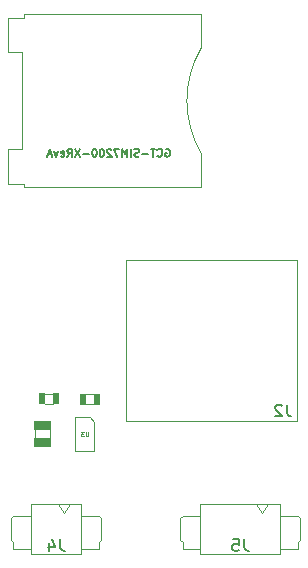
<source format=gbr>
%TF.GenerationSoftware,KiCad,Pcbnew,7.0.8*%
%TF.CreationDate,2023-10-19T11:53:08-06:00*%
%TF.ProjectId,air_station_1v5,6169725f-7374-4617-9469-6f6e5f317635,rev?*%
%TF.SameCoordinates,Original*%
%TF.FileFunction,AssemblyDrawing,Bot*%
%FSLAX46Y46*%
G04 Gerber Fmt 4.6, Leading zero omitted, Abs format (unit mm)*
G04 Created by KiCad (PCBNEW 7.0.8) date 2023-10-19 11:53:08*
%MOMM*%
%LPD*%
G01*
G04 APERTURE LIST*
%ADD10C,0.150000*%
%ADD11C,0.060000*%
%ADD12C,0.100000*%
%ADD13C,0.101600*%
G04 APERTURE END LIST*
D10*
X90263855Y-65835957D02*
X90326713Y-65804528D01*
X90326713Y-65804528D02*
X90420998Y-65804528D01*
X90420998Y-65804528D02*
X90515284Y-65835957D01*
X90515284Y-65835957D02*
X90578141Y-65898814D01*
X90578141Y-65898814D02*
X90609570Y-65961671D01*
X90609570Y-65961671D02*
X90640998Y-66087385D01*
X90640998Y-66087385D02*
X90640998Y-66181671D01*
X90640998Y-66181671D02*
X90609570Y-66307385D01*
X90609570Y-66307385D02*
X90578141Y-66370242D01*
X90578141Y-66370242D02*
X90515284Y-66433100D01*
X90515284Y-66433100D02*
X90420998Y-66464528D01*
X90420998Y-66464528D02*
X90358141Y-66464528D01*
X90358141Y-66464528D02*
X90263855Y-66433100D01*
X90263855Y-66433100D02*
X90232427Y-66401671D01*
X90232427Y-66401671D02*
X90232427Y-66181671D01*
X90232427Y-66181671D02*
X90358141Y-66181671D01*
X89572427Y-66401671D02*
X89603855Y-66433100D01*
X89603855Y-66433100D02*
X89698141Y-66464528D01*
X89698141Y-66464528D02*
X89760998Y-66464528D01*
X89760998Y-66464528D02*
X89855284Y-66433100D01*
X89855284Y-66433100D02*
X89918141Y-66370242D01*
X89918141Y-66370242D02*
X89949570Y-66307385D01*
X89949570Y-66307385D02*
X89980998Y-66181671D01*
X89980998Y-66181671D02*
X89980998Y-66087385D01*
X89980998Y-66087385D02*
X89949570Y-65961671D01*
X89949570Y-65961671D02*
X89918141Y-65898814D01*
X89918141Y-65898814D02*
X89855284Y-65835957D01*
X89855284Y-65835957D02*
X89760998Y-65804528D01*
X89760998Y-65804528D02*
X89698141Y-65804528D01*
X89698141Y-65804528D02*
X89603855Y-65835957D01*
X89603855Y-65835957D02*
X89572427Y-65867385D01*
X89383855Y-65804528D02*
X89006713Y-65804528D01*
X89195284Y-66464528D02*
X89195284Y-65804528D01*
X88786713Y-66213100D02*
X88283856Y-66213100D01*
X88000998Y-66433100D02*
X87906713Y-66464528D01*
X87906713Y-66464528D02*
X87749570Y-66464528D01*
X87749570Y-66464528D02*
X87686713Y-66433100D01*
X87686713Y-66433100D02*
X87655284Y-66401671D01*
X87655284Y-66401671D02*
X87623855Y-66338814D01*
X87623855Y-66338814D02*
X87623855Y-66275957D01*
X87623855Y-66275957D02*
X87655284Y-66213100D01*
X87655284Y-66213100D02*
X87686713Y-66181671D01*
X87686713Y-66181671D02*
X87749570Y-66150242D01*
X87749570Y-66150242D02*
X87875284Y-66118814D01*
X87875284Y-66118814D02*
X87938141Y-66087385D01*
X87938141Y-66087385D02*
X87969570Y-66055957D01*
X87969570Y-66055957D02*
X88000998Y-65993100D01*
X88000998Y-65993100D02*
X88000998Y-65930242D01*
X88000998Y-65930242D02*
X87969570Y-65867385D01*
X87969570Y-65867385D02*
X87938141Y-65835957D01*
X87938141Y-65835957D02*
X87875284Y-65804528D01*
X87875284Y-65804528D02*
X87718141Y-65804528D01*
X87718141Y-65804528D02*
X87623855Y-65835957D01*
X87340999Y-66464528D02*
X87340999Y-65804528D01*
X87026713Y-66464528D02*
X87026713Y-65804528D01*
X87026713Y-65804528D02*
X86806713Y-66275957D01*
X86806713Y-66275957D02*
X86586713Y-65804528D01*
X86586713Y-65804528D02*
X86586713Y-66464528D01*
X86335284Y-65804528D02*
X85895284Y-65804528D01*
X85895284Y-65804528D02*
X86178141Y-66464528D01*
X85675284Y-65867385D02*
X85643856Y-65835957D01*
X85643856Y-65835957D02*
X85580999Y-65804528D01*
X85580999Y-65804528D02*
X85423856Y-65804528D01*
X85423856Y-65804528D02*
X85360999Y-65835957D01*
X85360999Y-65835957D02*
X85329570Y-65867385D01*
X85329570Y-65867385D02*
X85298141Y-65930242D01*
X85298141Y-65930242D02*
X85298141Y-65993100D01*
X85298141Y-65993100D02*
X85329570Y-66087385D01*
X85329570Y-66087385D02*
X85706713Y-66464528D01*
X85706713Y-66464528D02*
X85298141Y-66464528D01*
X84889570Y-65804528D02*
X84826713Y-65804528D01*
X84826713Y-65804528D02*
X84763856Y-65835957D01*
X84763856Y-65835957D02*
X84732428Y-65867385D01*
X84732428Y-65867385D02*
X84700999Y-65930242D01*
X84700999Y-65930242D02*
X84669570Y-66055957D01*
X84669570Y-66055957D02*
X84669570Y-66213100D01*
X84669570Y-66213100D02*
X84700999Y-66338814D01*
X84700999Y-66338814D02*
X84732428Y-66401671D01*
X84732428Y-66401671D02*
X84763856Y-66433100D01*
X84763856Y-66433100D02*
X84826713Y-66464528D01*
X84826713Y-66464528D02*
X84889570Y-66464528D01*
X84889570Y-66464528D02*
X84952428Y-66433100D01*
X84952428Y-66433100D02*
X84983856Y-66401671D01*
X84983856Y-66401671D02*
X85015285Y-66338814D01*
X85015285Y-66338814D02*
X85046713Y-66213100D01*
X85046713Y-66213100D02*
X85046713Y-66055957D01*
X85046713Y-66055957D02*
X85015285Y-65930242D01*
X85015285Y-65930242D02*
X84983856Y-65867385D01*
X84983856Y-65867385D02*
X84952428Y-65835957D01*
X84952428Y-65835957D02*
X84889570Y-65804528D01*
X84260999Y-65804528D02*
X84198142Y-65804528D01*
X84198142Y-65804528D02*
X84135285Y-65835957D01*
X84135285Y-65835957D02*
X84103857Y-65867385D01*
X84103857Y-65867385D02*
X84072428Y-65930242D01*
X84072428Y-65930242D02*
X84040999Y-66055957D01*
X84040999Y-66055957D02*
X84040999Y-66213100D01*
X84040999Y-66213100D02*
X84072428Y-66338814D01*
X84072428Y-66338814D02*
X84103857Y-66401671D01*
X84103857Y-66401671D02*
X84135285Y-66433100D01*
X84135285Y-66433100D02*
X84198142Y-66464528D01*
X84198142Y-66464528D02*
X84260999Y-66464528D01*
X84260999Y-66464528D02*
X84323857Y-66433100D01*
X84323857Y-66433100D02*
X84355285Y-66401671D01*
X84355285Y-66401671D02*
X84386714Y-66338814D01*
X84386714Y-66338814D02*
X84418142Y-66213100D01*
X84418142Y-66213100D02*
X84418142Y-66055957D01*
X84418142Y-66055957D02*
X84386714Y-65930242D01*
X84386714Y-65930242D02*
X84355285Y-65867385D01*
X84355285Y-65867385D02*
X84323857Y-65835957D01*
X84323857Y-65835957D02*
X84260999Y-65804528D01*
X83758143Y-66213100D02*
X83255286Y-66213100D01*
X83003857Y-65804528D02*
X82563857Y-66464528D01*
X82563857Y-65804528D02*
X83003857Y-66464528D01*
X81935286Y-66464528D02*
X82155286Y-66150242D01*
X82312429Y-66464528D02*
X82312429Y-65804528D01*
X82312429Y-65804528D02*
X82061000Y-65804528D01*
X82061000Y-65804528D02*
X81998143Y-65835957D01*
X81998143Y-65835957D02*
X81966714Y-65867385D01*
X81966714Y-65867385D02*
X81935286Y-65930242D01*
X81935286Y-65930242D02*
X81935286Y-66024528D01*
X81935286Y-66024528D02*
X81966714Y-66087385D01*
X81966714Y-66087385D02*
X81998143Y-66118814D01*
X81998143Y-66118814D02*
X82061000Y-66150242D01*
X82061000Y-66150242D02*
X82312429Y-66150242D01*
X81401000Y-66433100D02*
X81463857Y-66464528D01*
X81463857Y-66464528D02*
X81589572Y-66464528D01*
X81589572Y-66464528D02*
X81652429Y-66433100D01*
X81652429Y-66433100D02*
X81683857Y-66370242D01*
X81683857Y-66370242D02*
X81683857Y-66118814D01*
X81683857Y-66118814D02*
X81652429Y-66055957D01*
X81652429Y-66055957D02*
X81589572Y-66024528D01*
X81589572Y-66024528D02*
X81463857Y-66024528D01*
X81463857Y-66024528D02*
X81401000Y-66055957D01*
X81401000Y-66055957D02*
X81369572Y-66118814D01*
X81369572Y-66118814D02*
X81369572Y-66181671D01*
X81369572Y-66181671D02*
X81683857Y-66244528D01*
X81149572Y-66024528D02*
X80992429Y-66464528D01*
X80992429Y-66464528D02*
X80835286Y-66024528D01*
X80615286Y-66275957D02*
X80301001Y-66275957D01*
X80678143Y-66464528D02*
X80458143Y-65804528D01*
X80458143Y-65804528D02*
X80238143Y-66464528D01*
X96910524Y-98846217D02*
X96910524Y-99560502D01*
X96910524Y-99560502D02*
X96958143Y-99703359D01*
X96958143Y-99703359D02*
X97053381Y-99798598D01*
X97053381Y-99798598D02*
X97196238Y-99846217D01*
X97196238Y-99846217D02*
X97291476Y-99846217D01*
X95958143Y-98846217D02*
X96434333Y-98846217D01*
X96434333Y-98846217D02*
X96481952Y-99322407D01*
X96481952Y-99322407D02*
X96434333Y-99274788D01*
X96434333Y-99274788D02*
X96339095Y-99227169D01*
X96339095Y-99227169D02*
X96101000Y-99227169D01*
X96101000Y-99227169D02*
X96005762Y-99274788D01*
X96005762Y-99274788D02*
X95958143Y-99322407D01*
X95958143Y-99322407D02*
X95910524Y-99417645D01*
X95910524Y-99417645D02*
X95910524Y-99655740D01*
X95910524Y-99655740D02*
X95958143Y-99750978D01*
X95958143Y-99750978D02*
X96005762Y-99798598D01*
X96005762Y-99798598D02*
X96101000Y-99846217D01*
X96101000Y-99846217D02*
X96339095Y-99846217D01*
X96339095Y-99846217D02*
X96434333Y-99798598D01*
X96434333Y-99798598D02*
X96481952Y-99750978D01*
X81333333Y-98854819D02*
X81333333Y-99569104D01*
X81333333Y-99569104D02*
X81380952Y-99711961D01*
X81380952Y-99711961D02*
X81476190Y-99807200D01*
X81476190Y-99807200D02*
X81619047Y-99854819D01*
X81619047Y-99854819D02*
X81714285Y-99854819D01*
X80428571Y-99188152D02*
X80428571Y-99854819D01*
X80666666Y-98807200D02*
X80904761Y-99521485D01*
X80904761Y-99521485D02*
X80285714Y-99521485D01*
X100536333Y-87465819D02*
X100536333Y-88180104D01*
X100536333Y-88180104D02*
X100583952Y-88322961D01*
X100583952Y-88322961D02*
X100679190Y-88418200D01*
X100679190Y-88418200D02*
X100822047Y-88465819D01*
X100822047Y-88465819D02*
X100917285Y-88465819D01*
X100107761Y-87561057D02*
X100060142Y-87513438D01*
X100060142Y-87513438D02*
X99964904Y-87465819D01*
X99964904Y-87465819D02*
X99726809Y-87465819D01*
X99726809Y-87465819D02*
X99631571Y-87513438D01*
X99631571Y-87513438D02*
X99583952Y-87561057D01*
X99583952Y-87561057D02*
X99536333Y-87656295D01*
X99536333Y-87656295D02*
X99536333Y-87751533D01*
X99536333Y-87751533D02*
X99583952Y-87894390D01*
X99583952Y-87894390D02*
X100155380Y-88465819D01*
X100155380Y-88465819D02*
X99536333Y-88465819D01*
D11*
X83724949Y-89760060D02*
X83724949Y-90083870D01*
X83724949Y-90083870D02*
X83705902Y-90121965D01*
X83705902Y-90121965D02*
X83686854Y-90141013D01*
X83686854Y-90141013D02*
X83648759Y-90160060D01*
X83648759Y-90160060D02*
X83572568Y-90160060D01*
X83572568Y-90160060D02*
X83534473Y-90141013D01*
X83534473Y-90141013D02*
X83515426Y-90121965D01*
X83515426Y-90121965D02*
X83496378Y-90083870D01*
X83496378Y-90083870D02*
X83496378Y-89760060D01*
X83343997Y-89760060D02*
X83096378Y-89760060D01*
X83096378Y-89760060D02*
X83229711Y-89912441D01*
X83229711Y-89912441D02*
X83172568Y-89912441D01*
X83172568Y-89912441D02*
X83134473Y-89931489D01*
X83134473Y-89931489D02*
X83115425Y-89950536D01*
X83115425Y-89950536D02*
X83096378Y-89988632D01*
X83096378Y-89988632D02*
X83096378Y-90083870D01*
X83096378Y-90083870D02*
X83115425Y-90121965D01*
X83115425Y-90121965D02*
X83134473Y-90141013D01*
X83134473Y-90141013D02*
X83172568Y-90160060D01*
X83172568Y-90160060D02*
X83286854Y-90160060D01*
X83286854Y-90160060D02*
X83324949Y-90141013D01*
X83324949Y-90141013D02*
X83343997Y-90121965D01*
D12*
%TO.C,J1*%
X93262000Y-54373000D02*
X78262000Y-54373000D01*
X93262000Y-54373000D02*
X93262000Y-57303000D01*
X78262000Y-54373000D02*
X78262000Y-54698000D01*
X78262000Y-54698000D02*
X76912000Y-54698000D01*
X76912000Y-54698000D02*
X76912000Y-57628000D01*
X78062000Y-57628000D02*
X76912000Y-57628000D01*
X78062000Y-57628000D02*
X78062000Y-65818000D01*
X78062000Y-65818000D02*
X76912000Y-65818000D01*
X76912000Y-65818000D02*
X76912000Y-68748000D01*
X93262000Y-66143000D02*
X93262000Y-69073000D01*
X78262000Y-68748000D02*
X76912000Y-68748000D01*
X78262000Y-68748000D02*
X78262000Y-69073000D01*
X93262000Y-69073000D02*
X78262000Y-69073000D01*
X93262000Y-57303000D02*
G75*
G03*
X93262000Y-66143000I7540159J-4420000D01*
G01*
%TO.C,J5*%
X101652191Y-98891398D02*
X101452191Y-99091398D01*
X101652191Y-97091398D02*
X101652191Y-98891398D01*
X101452191Y-99691398D02*
X99952191Y-99691398D01*
X101452191Y-99091398D02*
X101452191Y-99691398D01*
X101452191Y-96891398D02*
X101652191Y-97091398D01*
X99952191Y-100091398D02*
X93202191Y-100091398D01*
X99952191Y-96891398D02*
X101452191Y-96891398D01*
X99952191Y-95891398D02*
X99952191Y-100091398D01*
X99952191Y-95891398D02*
X93202191Y-95891398D01*
X98952191Y-95891398D02*
X98452191Y-96598505D01*
X98452191Y-96598505D02*
X97952191Y-95891398D01*
X93202191Y-96891398D02*
X91702191Y-96891398D01*
X93202191Y-95891398D02*
X93202191Y-100091398D01*
X91702191Y-99691398D02*
X93202191Y-99691398D01*
X91702191Y-99091398D02*
X91702191Y-99691398D01*
X91702191Y-96891398D02*
X91502191Y-97091398D01*
X91502191Y-98891398D02*
X91702191Y-99091398D01*
X91502191Y-97091398D02*
X91502191Y-98891398D01*
%TO.C,J4*%
X84825000Y-98900000D02*
X84625000Y-99100000D01*
X84825000Y-97100000D02*
X84825000Y-98900000D01*
X84625000Y-99700000D02*
X83125000Y-99700000D01*
X84625000Y-99100000D02*
X84625000Y-99700000D01*
X84625000Y-96900000D02*
X84825000Y-97100000D01*
X83125000Y-100100000D02*
X78875000Y-100100000D01*
X83125000Y-96900000D02*
X84625000Y-96900000D01*
X83125000Y-95900000D02*
X83125000Y-100100000D01*
X83125000Y-95900000D02*
X78875000Y-95900000D01*
X82125000Y-95900000D02*
X81625000Y-96607107D01*
X81625000Y-96607107D02*
X81125000Y-95900000D01*
X78875000Y-96900000D02*
X77375000Y-96900000D01*
X78875000Y-95900000D02*
X78875000Y-100100000D01*
X77375000Y-99700000D02*
X78875000Y-99700000D01*
X77375000Y-99100000D02*
X77375000Y-99700000D01*
X77375000Y-96900000D02*
X77175000Y-97100000D01*
X77175000Y-98900000D02*
X77375000Y-99100000D01*
X77175000Y-97100000D02*
X77175000Y-98900000D01*
D13*
%TO.C,C4*%
X79190000Y-89548227D02*
X79190000Y-90310227D01*
X80510000Y-89573227D02*
X80510000Y-90310227D01*
G36*
X80573900Y-89587127D02*
G01*
X79123800Y-89587127D01*
X79123800Y-88837027D01*
X80573900Y-88837027D01*
X80573900Y-89587127D01*
G37*
G36*
X80573900Y-91034927D02*
G01*
X79123800Y-91034927D01*
X79123800Y-90284827D01*
X80573900Y-90284827D01*
X80573900Y-91034927D01*
G37*
D12*
%TO.C,J2*%
X101425000Y-75233000D02*
X86925000Y-75233000D01*
X101425000Y-75233000D02*
X101425000Y-88833000D01*
X86925000Y-75233000D02*
X86925000Y-88833000D01*
X86925000Y-88833000D02*
X101425000Y-88833000D01*
%TO.C,U3*%
X84220188Y-91428133D02*
X84220188Y-88928133D01*
X84220188Y-88928133D02*
X83820188Y-88528133D01*
X83820188Y-88528133D02*
X82620188Y-88528133D01*
X82620188Y-91428133D02*
X84220188Y-91428133D01*
X82620188Y-88528133D02*
X82620188Y-91428133D01*
D13*
%TO.C,R8*%
X80760275Y-87397523D02*
X80048275Y-87397523D01*
X80760275Y-86546523D02*
X80048275Y-86546523D01*
G36*
X81242475Y-87448423D02*
G01*
X80742375Y-87448423D01*
X80742375Y-86498423D01*
X81242475Y-86498423D01*
X81242475Y-87448423D01*
G37*
G36*
X80074075Y-87448423D02*
G01*
X79573975Y-87448423D01*
X79573975Y-86498423D01*
X80074075Y-86498423D01*
X80074075Y-87448423D01*
G37*
%TO.C,R7*%
X83494000Y-86581000D02*
X84206000Y-86581000D01*
X83494000Y-87432000D02*
X84206000Y-87432000D01*
G36*
X83511900Y-87480100D02*
G01*
X83011800Y-87480100D01*
X83011800Y-86530100D01*
X83511900Y-86530100D01*
X83511900Y-87480100D01*
G37*
G36*
X84680300Y-87480100D02*
G01*
X84180200Y-87480100D01*
X84180200Y-86530100D01*
X84680300Y-86530100D01*
X84680300Y-87480100D01*
G37*
%TD*%
M02*

</source>
